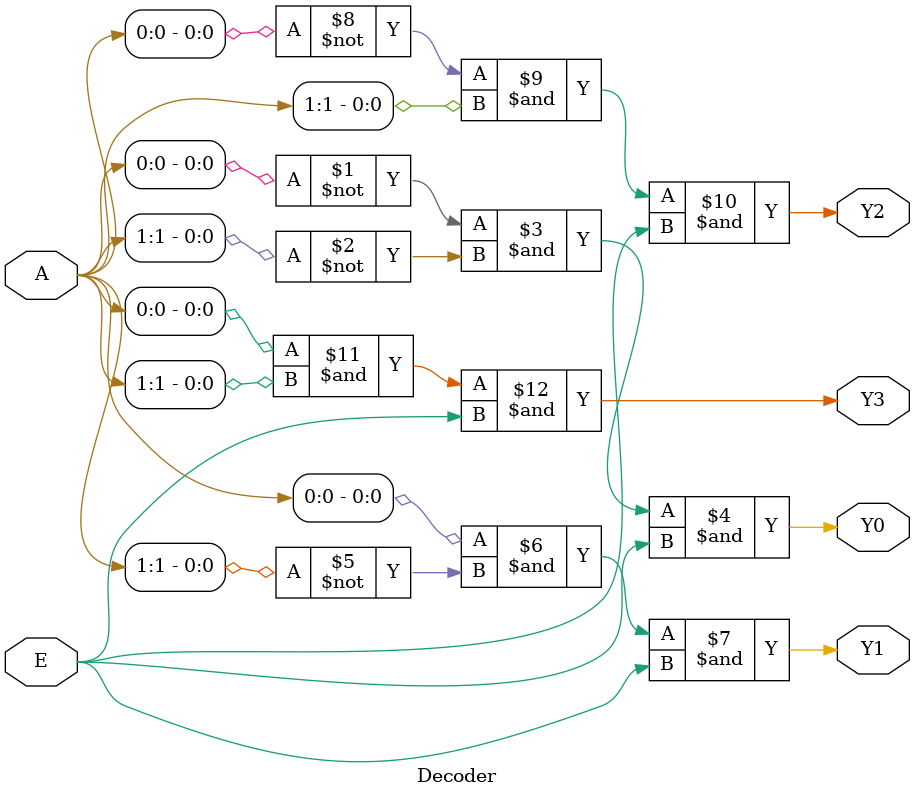
<source format=v>

module Decoder(A,E,Y0,Y1,Y2,Y3);

input [1:0] A;
input E;
output Y0,Y1,Y2,Y3;

assign Y0 = (~A[0]) & (~A[1]) & E;
assign Y1 = (A[0]) & (~A[1]) & E;
assign Y2 = (~A[0]) & (A[1]) & E;
assign Y3 = (A[0]) & (A[1]) & E;


endmodule
</source>
